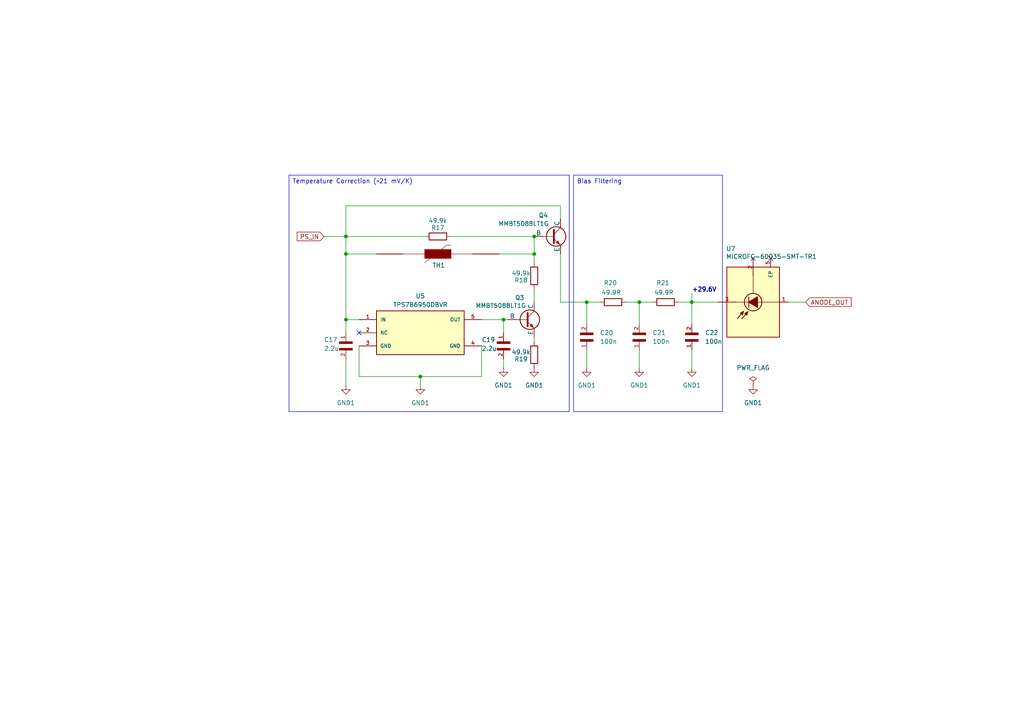
<source format=kicad_sch>
(kicad_sch (version 20250114) (generator "eeschema") (generator_version "9.0")
  (paper "A4")
  (title_block (title "SiPM Board") (date "2025-06-04") (rev "0.2.0") (company "Vadym Vikulin") (comment 7 "Temperature Correction (~21 mV/K)"))
  (lib_symbols
    (symbol "CL10B104KC8NNNC:CL10B104KC8NNNC" (pin_names (offset 1.016))
      (property "Reference" "C" (at 0 3.8109 0))
      (property "Value" "CL10B104KC8NNNC" (at 0 -5.0885 0))
      (symbol "CL10B104KC8NNNC_0_0"
        (rectangle (start 0 -1.9069) (end 0.635 1.905) (stroke (width 0.1)) (fill (type outline)))
        (rectangle (start 1.9069 -1.9069) (end 2.54 1.905) (stroke (width 0.1)) (fill (type outline)))
        (pin passive line (at -2.54 0 0) (length 2.54) (name "~") (number "1"))
        (pin passive line (at 5.08 0 180) (length 2.54) (name "~") (number "2"))
      )
    )
    (symbol "CL21A475KBQNNNE:CL21A475KBQNNNE" (pin_names (offset 1.016))
      (property "Reference" "C" (at 0 3.81 0))
      (property "Value" "CL21A475KBQNNNE" (at 0 -5.08 0))
      (symbol "CL21A475KBQNNNE_0_0"
        (rectangle (start 0 -1.905) (end 0.635 1.905) (stroke (width 0.1)) (fill (type outline)))
        (rectangle (start 1.905 -1.905) (end 2.54 1.905) (stroke (width 0.1)) (fill (type outline)))
        (pin passive line (at -2.54 0 0) (length 2.54) (name "~") (number "2"))
        (pin passive line (at 5.08 0 180) (length 2.54) (name "~") (number "1"))
      )
    )
    (symbol "Device:R" (pin_numbers (hide yes)) (pin_names (offset 0))
      (property "Reference" "R" (at 2.032 0 90))
      (property "Value" "R" (at 0 0 90))
      (symbol "R_0_1"
        (rectangle (start -1.016 -2.54) (end 1.016 2.54) (stroke (width 0.254)))
      )
      (symbol "R_1_1"
        (pin passive line (at 0 3.81 270) (length 1.27) (name "~") (number "1"))
        (pin passive line (at 0 -3.81 90) (length 1.27) (name "~") (number "2"))
      )
    )
    (symbol "MICROFC-60035-SMT-TR1:MICROFC-60035-SMT-TR1" (pin_names (offset 1.016))
      (property "Reference" "U" (at -10.16 7.874 0))
      (property "Value" "MICROFC-60035-SMT-TR1" (at -10.16 -9.144 0))
      (symbol "MICROFC-60035-SMT-TR1_0_0"
        (rectangle (start -10.16 -7.62) (end 10.16 7.62) (stroke (width 0.254)) (fill (type background)))
        (polyline (pts (xy -3.7592 1.8542) (xy -3.2766 2.413)) (stroke (width 0.254)))
        (polyline (pts (xy -3.7592 1.8542) (xy -3.0226 1.8288)) (stroke (width 0.254)))
        (polyline (pts (xy -3.6576 3.0988) (xy -3.175 3.6576)) (stroke (width 0.254)))
        (polyline (pts (xy -3.6576 3.0988) (xy -2.921 3.0734)) (stroke (width 0.254)))
        (polyline (pts (xy -3.3528 2.2352) (xy -3.2004 2.0066)) (stroke (width 0.254)))
        (polyline (pts (xy -3.2766 2.413) (xy -2.794 1.524)) (stroke (width 0.254)))
        (polyline (pts (xy -3.2512 3.4798) (xy -3.0988 3.2512)) (stroke (width 0.254)))
        (polyline (pts (xy -3.175 3.6576) (xy -2.6924 2.7686)) (stroke (width 0.254)))
        (polyline (pts (xy -3.0226 1.8288) (xy -3.0226 1.9558)) (stroke (width 0.254)))
        (polyline (pts (xy -2.921 3.0734) (xy -2.921 3.2004)) (stroke (width 0.254)))
        (polyline (pts (xy -2.794 1.524) (xy -4.826 3.302)) (stroke (width 0.254)))
        (polyline (pts (xy -2.794 1.524) (xy -3.7592 1.8542)) (stroke (width 0.254)))
        (polyline (pts (xy -2.6924 2.7686) (xy -4.7244 4.5466)) (stroke (width 0.254)))
        (polyline (pts (xy -2.6924 2.7686) (xy -3.6576 3.0988)) (stroke (width 0.254)))
        (polyline (pts (xy -1.524 1.27) (xy 0 1.27)) (stroke (width 0.254)))
        (polyline (pts (xy -1.524 -1.27) (xy 0 -1.27)) (stroke (width 0.254)))
        (polyline (pts (xy 0 5.08) (xy 0 1.27)) (stroke (width 0.1524)))
        (polyline (pts (xy 0 1.27) (xy -1.524 -1.27)) (stroke (width 0.254)))
        (polyline (pts (xy 0 1.27) (xy 1.524 1.27)) (stroke (width 0.254)))
        (polyline (pts (xy 0 1.27) (xy -1.524 -1.27) (xy 1.524 -1.27) (xy 0 1.27)) (stroke (width 0.254)) (fill (type outline)))
        (circle (center 0 0) (radius 2.54) (stroke (width 0.254)))
        (polyline (pts (xy 0 -1.27) (xy 0 -7.62)) (stroke (width 0.1524)))
        (polyline (pts (xy 0 -1.27) (xy 1.524 -1.27)) (stroke (width 0.254)))
        (polyline (pts (xy 1.524 -1.27) (xy 0 1.27)) (stroke (width 0.254)))
        (polyline (pts (xy 2.54 0) (xy 7.62 0)) (stroke (width 0.1524)))
        (pin passive line (at 0 10.16 270) (length 5.08) (name "~") (number "3"))
        (pin passive line (at 0 -10.16 90) (length 2.54) (name "~") (number "1"))
        (pin passive line (at 12.7 0 180) (length 5.08) (name "~") (number "2"))
        (pin power_in line (at 12.7 -5.08 180) (length 2.54) (name "EP") (number "5"))
      )
    )
    (symbol "NTCS0603E3103FLT:NTCS0603E3103FLT" (pin_numbers (hide yes)) (pin_names (offset 0.254) (hide yes))
      (property "Reference" "U" (at 17.78 10.16 0))
      (property "Value" "NTCS0603E3103FLT" (at 17.78 7.62 0))
      (symbol "NTCS0603E3103FLT_0_1"
        (polyline (pts (xy 13.97 1.27) (xy 13.97 -1.27)) (stroke (width 0.127)))
        (polyline (pts (xy 13.97 1.27) (xy 21.59 1.27) (xy 21.59 -1.27) (xy 13.97 -1.27)) (fill (type outline)))
        (polyline (pts (xy 13.97 -1.27) (xy 21.59 -1.27)) (stroke (width 0.127)))
        (polyline (pts (xy 15.24 -2.54) (xy 13.97 -2.54)) (stroke (width 0.127)))
        (polyline (pts (xy 15.24 -2.54) (xy 21.59 2.54)) (stroke (width 0.127)))
        (polyline (pts (xy 21.59 1.27) (xy 13.97 1.27)) (stroke (width 0.127)))
        (polyline (pts (xy 21.59 -1.27) (xy 21.59 1.27)) (stroke (width 0.127)))
        (polyline (pts (xy 27.94 0) (xy 7.62 0)) (stroke (width 0.127)))
        (pin unspecified line (at 0 0 0) (length 7.62) (name "1") (number "1"))
        (pin unspecified line (at 35.56 0 180) (length 7.62) (name "2") (number "2"))
      )
    )
    (symbol "Simulation_SPICE:NPN" (pin_numbers (hide yes)) (pin_names (offset 0))
      (property "Reference" "Q" (at -2.54 7.62 0))
      (property "Value" "NPN" (at -2.54 5.08 0))
      (symbol "NPN_0_1"
        (polyline (pts (xy -2.54 0) (xy 0.635 0)) (stroke (width 0.1524)))
        (polyline (pts (xy 0.635 1.905) (xy 0.635 -1.905) (xy 0.635 -1.905)) (stroke (width 0.508)))
        (polyline (pts (xy 0.635 0.635) (xy 2.54 2.54)))
        (polyline (pts (xy 0.635 -0.635) (xy 2.54 -2.54) (xy 2.54 -2.54)))
        (circle (center 1.27 0) (radius 2.8194) (stroke (width 0.254)))
        (polyline (pts (xy 1.27 -1.778) (xy 1.778 -1.27) (xy 2.286 -2.286) (xy 1.27 -1.778) (xy 1.27 -1.778)) (fill (type outline)))
        (polyline (pts (xy 2.794 -1.27) (xy 2.794 -1.27)) (stroke (width 0.1524)))
        (polyline (pts (xy 2.794 -1.27) (xy 2.794 -1.27)) (stroke (width 0.1524)))
      )
      (symbol "NPN_1_1"
        (pin input line (at -5.08 0 0) (length 2.54) (name "B") (number "2"))
        (pin open_collector line (at 2.54 5.08 270) (length 2.54) (name "C") (number "1"))
        (pin open_emitter line (at 2.54 -5.08 90) (length 2.54) (name "E") (number "3"))
      )
    )
    (symbol "TPS7B6950QDCYRQ1:TPS7B6950QDCYRQ1" (pin_names (offset 1.016))
      (property "Reference" "VR3" (at 0 10.16 0))
      (property "Value" "TPS7B6950DBVR" (at 0 7.62 0))
      (symbol "TPS7B6950QDCYRQ1_0_0"
        (rectangle (start -12.7 -7.62) (end 12.7 5.08) (stroke (width 0.254)) (fill (type background)))
        (pin input line (at -17.78 2.54 0) (length 5.08) (name "IN") (number "1"))
      )
      (symbol "TPS7B6950QDCYRQ1_1_0"
        (pin input line (at -17.78 -1.27 0) (length 5.08) (name "NC") (number "2"))
        (pin power_in line (at -17.78 -5.08 0) (length 5.08) (name "GND") (number "3"))
        (pin output line (at 17.78 2.54 180) (length 5.08) (name "OUT") (number "5"))
        (pin power_in line (at 17.78 -5.08 180) (length 5.08) (name "GND") (number "4"))
      )
    )
    (symbol "power:GND" (power) (pin_numbers (hide yes)) (pin_names (offset 0) (hide yes))
      (property "Value" "GND" (at 0 -3.81 0))
      (symbol "GND_0_1"
        (polyline (pts (xy 0 0) (xy 0 -1.27) (xy 1.27 -1.27) (xy 0 -2.54) (xy -1.27 -1.27) (xy 0 -1.27)))
      )
      (symbol "GND_1_1"
        (pin power_in line (at 0 0 270) (length 0) (name "~") (number "1"))
      )
    )
    (symbol "power:PWR_FLAG" (power) (pin_numbers (hide yes)) (pin_names (offset 0) (hide yes))
      (property "Value" "PWR_FLAG" (at 0 3.81 0))
      (symbol "PWR_FLAG_0_0"
        (pin power_out line (at 0 0 90) (length 0) (name "~") (number "1"))
      )
      (symbol "PWR_FLAG_0_1"
        (polyline (pts (xy 0 0) (xy 0 1.27) (xy -1.016 1.905) (xy 0 2.54) (xy 1.016 1.905) (xy 0 1.27)))
      )
    )
  )
  (text_box "Bias Filtering" (at 166.37 50.8 0) (size 43.18 68.58) (margins 0.9525 0.9525 0.9525 0.9525) (effects (font (size 1.27 1.27)) (justify left top)))
  (text_box "Temperature Correction (~21 mV/K)" (at 83.82 50.8 0) (size 81.28 68.58) (margins 0.9525 0.9525 0.9525 0.9525) (effects (font (size 1.27 1.27)) (justify left top)))
  (junction (at 200.66 87.63))
  (junction (at 100.33 68.58))
  (junction (at 154.94 73.66))
  (junction (at 154.94 68.58))
  (junction (at 100.33 73.66))
  (junction (at 170.18 87.63))
  (junction (at 121.92 109.22))
  (junction (at 146.05 92.71))
  (junction (at 100.33 92.71))
  (junction (at 185.42 87.63))
  (no_connect (at 104.14 96.52))
  (no_connect (at 223.52 74.93))
  (no_connect (at 218.44 74.93))
  (wire (pts (xy 144.78 73.66) (xy 154.94 73.66)))
  (wire (pts (xy 100.33 68.58) (xy 123.19 68.58)))
  (wire (pts (xy 100.33 104.14) (xy 100.33 111.76)))
  (wire (pts (xy 181.61 87.63) (xy 185.42 87.63)))
  (wire (pts (xy 200.66 101.6) (xy 200.66 106.68)))
  (wire (pts (xy 154.94 83.82) (xy 154.94 87.63)))
  (wire (pts (xy 139.7 109.22) (xy 139.7 100.33)))
  (wire (pts (xy 100.33 73.66) (xy 109.22 73.66)))
  (wire (pts (xy 200.66 85.09) (xy 200.66 87.63)))
  (wire (pts (xy 100.33 92.71) (xy 104.14 92.71)))
  (wire (pts (xy 139.7 92.71) (xy 146.05 92.71)))
  (wire (pts (xy 147.32 92.71) (xy 146.05 92.71)))
  (wire (pts (xy 104.14 100.33) (xy 104.14 109.22)))
  (wire (pts (xy 173.99 87.63) (xy 170.18 87.63)))
  (wire (pts (xy 170.18 101.6) (xy 170.18 106.68)))
  (wire (pts (xy 185.42 87.63) (xy 185.42 93.98)))
  (wire (pts (xy 130.81 68.58) (xy 154.94 68.58)))
  (wire (pts (xy 93.98 68.58) (xy 100.33 68.58)))
  (wire (pts (xy 100.33 59.69) (xy 100.33 68.58)))
  (wire (pts (xy 200.66 87.63) (xy 208.28 87.63)))
  (wire (pts (xy 200.66 87.63) (xy 196.85 87.63)))
  (wire (pts (xy 154.94 68.58) (xy 154.94 73.66)))
  (wire (pts (xy 154.94 73.66) (xy 154.94 76.2)))
  (wire (pts (xy 104.14 109.22) (xy 121.92 109.22)))
  (wire (pts (xy 121.92 109.22) (xy 139.7 109.22)))
  (wire (pts (xy 162.56 59.69) (xy 162.56 63.5)))
  (wire (pts (xy 100.33 73.66) (xy 100.33 92.71)))
  (wire (pts (xy 162.56 59.69) (xy 100.33 59.69)))
  (wire (pts (xy 185.42 87.63) (xy 189.23 87.63)))
  (wire (pts (xy 100.33 96.52) (xy 100.33 92.71)))
  (wire (pts (xy 146.05 92.71) (xy 146.05 96.52)))
  (wire (pts (xy 121.92 111.76) (xy 121.92 109.22)))
  (wire (pts (xy 100.33 68.58) (xy 100.33 73.66)))
  (wire (pts (xy 228.6 87.63) (xy 233.68 87.63)))
  (wire (pts (xy 200.66 93.98) (xy 200.66 87.63)))
  (wire (pts (xy 146.05 104.14) (xy 146.05 106.68)))
  (wire (pts (xy 170.18 87.63) (xy 162.56 87.63)))
  (wire (pts (xy 162.56 87.63) (xy 162.56 73.66)))
  (wire (pts (xy 154.94 99.06) (xy 154.94 97.79)))
  (wire (pts (xy 170.18 87.63) (xy 170.18 93.98)))
  (wire (pts (xy 185.42 106.68) (xy 185.42 101.6)))
  (label "+29.6V" (at 200.66 85.09 0) (effects (font (thickness 0.254) (bold yes))))
  (global_label "PS_IN" (shape input) (at 93.98 68.58 180) (property "Intersheetrefs" "${INTERSHEET_REFS}" (effects (hide yes))))
  (global_label "ANODE_OUT" (shape input) (at 233.68 87.63 0) (property "Intersheetrefs" "${INTERSHEET_REFS}" (effects (hide yes))))
  (symbol (lib_id "power:GND") (at 100.33 111.76 0) (unit 1)
    (property "Reference" "#PWR066" (effects (hide yes)))
    (property "Value" "GND1" (at 100.33 116.84 0))
    (property "Description" "Power symbol creates a global label with name \"GND\" , ground" (effects (hide yes)))
  )
  (symbol (lib_id "CL21A475KBQNNNE:CL21A475KBQNNNE") (at 146.05 101.6 90) (unit 1)
    (property "Reference" "C19" (at 139.7 98.552 90) (effects (justify right)))
    (property "Value" "2.2u" (at 139.7 101.092 90) (effects (justify right)))
    (property "Footprint" "Capacitor_SMD:C_0603_1608Metric" (effects (hide yes)))
    (property "MF" "Samsung Electro-Mechanics" (effects (hide yes)))
    (property "Description_1" "Multilayer Ceramic Capacitors MLCC - SMD/SMT 2.2uF+/-10% 50V X5R 1608 " (effects (hide yes)))
    (property "Package" "0603" (effects (hide yes)))
    (property "Price" "None" (effects (hide yes)))
    (property "SnapEDA_Link" "https://www.snapeda.com/parts/CL10A225KB8NNNC/Samsung%20Electro-Mechanics/datasheet/" (effects (hide yes)))
    (property "MP" "CL10A225KB8NNNC" (effects (hide yes)))
    (property "Check_prices" "https://www.snapeda.com/parts/CL10A225KB8NNNC/Samsung%20Electro-Mechanics/datasheet/" (effects (hide yes)))
  )
  (symbol (lib_id "Simulation_SPICE:NPN") (at 152.4 92.71 0) (unit 1)
    (property "Reference" "Q3" (at 149.352 86.36 0) (effects (justify left)))
    (property "Value" "MMBT5088LT1G" (at 137.922 88.646 0) (effects (justify left)))
    (property "Footprint" "MMBT5088LT1G:SOT95P237X111-3N" (effects (hide yes)))
    (property "Datasheet" "https://ngspice.sourceforge.io/docs/ngspice-html-manual/manual.xhtml#cha_BJTs" (effects (hide yes)))
    (property "Description" "Bipolar transistor symbol for simulation only, substrate tied to the emitter" (effects (hide yes)))
    (property "Sim.Device" "NPN" (effects (hide yes)))
    (property "Sim.Type" "GUMMELPOON" (effects (hide yes)))
    (property "Sim.Pins" "1=C 2=B 3=E" (effects (hide yes)))
    (property "Package" "SOT95P237X111-3N" (effects (hide yes)))
    (property "MP" "MMBT5088LT1G" (effects (hide yes)))
  )
  (symbol (lib_id "power:GND") (at 121.92 111.76 0) (unit 1)
    (property "Reference" "#PWR064" (effects (hide yes)))
    (property "Value" "GND1" (at 121.92 116.84 0))
    (property "Description" "Power symbol creates a global label with name \"GND\" , ground" (effects (hide yes)))
  )
  (symbol (lib_id "power:GND") (at 170.18 106.68 0) (unit 1)
    (property "Reference" "#PWR067" (effects (hide yes)))
    (property "Value" "GND1" (at 170.18 111.76 0))
    (property "Description" "Power symbol creates a global label with name \"GND\" , ground" (effects (hide yes)))
  )
  (symbol (lib_id "NTCS0603E3103FLT:NTCS0603E3103FLT") (at 144.78 73.66 180) (unit 1)
    (property "Reference" "TH1" (at 127.254 76.962 0))
    (property "Value" "Thermistor_PTC" (effects (hide yes)))
    (property "Footprint" "NTCS0603E3103FLT:NTCS0603E3103FLT" (effects (hide yes)))
    (property "Datasheet" "NTCS0603E3103FLT" (effects (hide yes)))
    (property "Description" "Temperature dependent resistor, positive temperature coefficient" (effects (hide yes)))
    (property "MP" "NTCS0603E3103FLT" (effects (hide yes)))
    (property "Package" "0603" (effects (hide yes)))
  )
  (symbol (lib_id "CL10B104KC8NNNC:CL10B104KC8NNNC") (at 200.66 99.06 90) (unit 1)
    (property "Reference" "C22" (at 204.47 96.5199 90) (effects (justify right)))
    (property "Value" "100n" (at 204.47 99.0599 90) (effects (justify right)))
    (property "Footprint" "CL10B104KC8NNNC:CAPC1608X90N" (effects (hide yes)))
    (property "MF" "Samsung" (effects (hide yes)))
    (property "MAXIMUM_PACKAGE_HEIGHT" "0.9 mm" (effects (hide yes)))
    (property "Package" "0603 Samsung" (effects (hide yes)))
    (property "Price" "None" (effects (hide yes)))
    (property "Check_prices" "https://www.snapeda.com/parts/CL10B104KC8NNNC/Samsung/view-part/?ref=eda" (effects (hide yes)))
    (property "STANDARD" "IPC-7351B" (effects (hide yes)))
    (property "PARTREV" "NA" (effects (hide yes)))
    (property "SnapEDA_Link" "https://www.snapeda.com/parts/CL10B104KC8NNNC/Samsung/view-part/?ref=snap" (effects (hide yes)))
    (property "MP" "CL10B104KC8NNNC" (effects (hide yes)))
    (property "Description_1" "\n                        \n                            0.1 µF ±10% 100V Ceramic Capacitor X7R 0603 (1608 Metric)\n                        \n" (effects (hide yes)))
    (property "Availability" "In Stock" (effects (hide yes)))
    (property "MANUFACTURER" "Samsung" (effects (hide yes)))
  )
  (symbol (lib_id "Simulation_SPICE:NPN") (at 160.02 68.58 0) (unit 1)
    (property "Reference" "Q4" (at 156.21 62.484 0) (effects (justify left)))
    (property "Value" "MMBT5088LT1G" (at 144.526 64.8971 0) (effects (justify left)))
    (property "Footprint" "MMBT5088LT1G:SOT95P237X111-3N" (effects (hide yes)))
    (property "Datasheet" "https://ngspice.sourceforge.io/docs/ngspice-html-manual/manual.xhtml#cha_BJTs" (effects (hide yes)))
    (property "Description" "Bipolar transistor symbol for simulation only, substrate tied to the emitter" (effects (hide yes)))
    (property "Sim.Device" "NPN" (effects (hide yes)))
    (property "Sim.Type" "GUMMELPOON" (effects (hide yes)))
    (property "Sim.Pins" "1=C 2=B 3=E" (effects (hide yes)))
    (property "Package" "SOT95P237X111-3N" (effects (hide yes)))
    (property "MP" "MMBT5088LT1G" (effects (hide yes)))
  )
  (symbol (lib_id "power:GND") (at 154.94 106.68 0) (unit 1)
    (property "Reference" "#PWR065" (effects (hide yes)))
    (property "Value" "GND1" (at 154.94 111.76 0))
    (property "Description" "Power symbol creates a global label with name \"GND\" , ground" (effects (hide yes)))
  )
  (symbol (lib_id "Device:R") (at 154.94 80.01 180) (unit 1)
    (property "Reference" "R18" (at 151.13 81.28 0))
    (property "Value" "49.9k" (at 151.13 79.248 0))
    (property "Footprint" "ERJ3EKF4992V:RES_ERJ3EKF4992V" (effects (hide yes)))
    (property "Description" "Resistor" (effects (hide yes)))
    (property "MP" "ERJ3EKF4992V" (effects (hide yes)))
    (property "Package" "0603" (effects (hide yes)))
  )
  (symbol (lib_id "power:PWR_FLAG") (at 218.44 111.76 0) (unit 1)
    (property "Reference" "#FLG02" (effects (hide yes)))
    (property "Value" "PWR_FLAG" (at 218.44 106.68 0))
    (property "Description" "Special symbol for telling ERC where power comes from" (effects (hide yes)))
  )
  (symbol (lib_id "CL21A475KBQNNNE:CL21A475KBQNNNE") (at 100.33 101.6 90) (unit 1)
    (property "Reference" "C17" (at 93.98 98.552 90) (effects (justify right)))
    (property "Value" "2.2u" (at 93.98 101.092 90) (effects (justify right)))
    (property "Footprint" "Capacitor_SMD:C_0603_1608Metric" (effects (hide yes)))
    (property "MF" "Samsung Electro-Mechanics" (effects (hide yes)))
    (property "Description_1" "Multilayer Ceramic Capacitors MLCC - SMD/SMT 2.2uF+/-10% 50V X5R 1608 " (effects (hide yes)))
    (property "Package" "0603" (effects (hide yes)))
    (property "Price" "None" (effects (hide yes)))
    (property "SnapEDA_Link" "https://www.snapeda.com/parts/CL10A225KB8NNNC/Samsung%20Electro-Mechanics/datasheet/" (effects (hide yes)))
    (property "MP" "CL10A225KB8NNNC" (effects (hide yes)))
    (property "Check_prices" "https://www.snapeda.com/parts/CL10A225KB8NNNC/Samsung%20Electro-Mechanics/datasheet/" (effects (hide yes)))
  )
  (symbol (lib_id "power:GND") (at 200.66 106.68 0) (unit 1)
    (property "Reference" "#PWR069" (effects (hide yes)))
    (property "Value" "GND1" (at 200.66 111.76 0))
    (property "Description" "Power symbol creates a global label with name \"GND\" , ground" (effects (hide yes)))
  )
  (symbol (lib_id "Device:R") (at 193.04 87.63 90) (unit 1)
    (property "Reference" "R21" (at 192.278 82.042 90))
    (property "Value" "49.9R" (at 192.532 84.836 90))
    (property "Footprint" "ERJ3EKF49R9V:RES_ERJ3EKF49R9V" (effects (hide yes)))
    (property "Description" "Resistor" (effects (hide yes)))
    (property "MP" "ERJ3EKF49R9V" (effects (hide yes)))
    (property "Package" "0603" (effects (hide yes)))
  )
  (symbol (lib_id "Device:R") (at 154.94 102.87 180) (unit 1)
    (property "Reference" "R19" (at 151.13 104.14 0))
    (property "Value" "49.9k" (at 151.13 102.108 0))
    (property "Footprint" "ERJ3EKF4992V:RES_ERJ3EKF4992V" (effects (hide yes)))
    (property "Description" "Resistor" (effects (hide yes)))
    (property "MP" "ERJ3EKF4992V" (effects (hide yes)))
    (property "Package" "0603" (effects (hide yes)))
  )
  (symbol (lib_id "MICROFC-60035-SMT-TR1:MICROFC-60035-SMT-TR1") (at 218.44 87.63 90) (unit 1)
    (property "Reference" "U7" (at 210.566 72.136 90) (effects (justify right)))
    (property "Value" "MICROFC-60035-SMT-TR1" (at 210.566 74.422 90) (effects (justify right)))
    (property "Footprint" "MICROFC-60035-SMT-TR1:XDCR_MICROFC-60035-SMT-TR1" (effects (hide yes)))
    (property "MF" "ON Semiconductor" (effects (hide yes)))
    (property "Description_1" "\n                        \n                            Photodiode 420nm 1ns - 4-SMD, No Lead\n                        \n" (effects (hide yes)))
    (property "Package" "SMD-4 ON Semiconductor" (effects (hide yes)))
    (property "Price" "None" (effects (hide yes)))
    (property "Check_prices" "https://www.snapeda.com/parts/MICROFC-60035-SMT-TR1/Onsemi/view-part/?ref=eda" (effects (hide yes)))
    (property "STANDARD" "Manufacturer Recommendations" (effects (hide yes)))
    (property "PARTREV" "31 JUL 2018" (effects (hide yes)))
    (property "SnapEDA_Link" "https://www.snapeda.com/parts/MICROFC-60035-SMT-TR1/Onsemi/view-part/?ref=snap" (effects (hide yes)))
    (property "MP" "MICROFC-60035-SMT-TR1" (effects (hide yes)))
    (property "Availability" "In Stock" (effects (hide yes)))
    (property "MANUFACTURER" "ONSEMI" (effects (hide yes)))
  )
  (symbol (lib_id "Device:R") (at 177.8 87.63 90) (unit 1)
    (property "Reference" "R20" (at 177.038 82.042 90))
    (property "Value" "49.9R" (at 177.292 84.836 90))
    (property "Footprint" "ERJ3EKF49R9V:RES_ERJ3EKF49R9V" (effects (hide yes)))
    (property "Description" "Resistor" (effects (hide yes)))
    (property "MP" "ERJ3EKF49R9V" (effects (hide yes)))
    (property "Package" "0603" (effects (hide yes)))
  )
  (symbol (lib_id "power:GND") (at 218.44 111.76 0) (unit 1)
    (property "Reference" "#PWR071" (effects (hide yes)))
    (property "Value" "GND1" (at 218.44 116.84 0))
    (property "Description" "Power symbol creates a global label with name \"GND\" , ground" (effects (hide yes)))
  )
  (symbol (lib_id "CL10B104KC8NNNC:CL10B104KC8NNNC") (at 170.18 99.06 90) (unit 1)
    (property "Reference" "C20" (at 173.99 96.5199 90) (effects (justify right)))
    (property "Value" "100n" (at 173.99 99.0599 90) (effects (justify right)))
    (property "Footprint" "CL10B104KC8NNNC:CAPC1608X90N" (effects (hide yes)))
    (property "MF" "Samsung" (effects (hide yes)))
    (property "MAXIMUM_PACKAGE_HEIGHT" "0.9 mm" (effects (hide yes)))
    (property "Package" "0603 Samsung" (effects (hide yes)))
    (property "Price" "None" (effects (hide yes)))
    (property "Check_prices" "https://www.snapeda.com/parts/CL10B104KC8NNNC/Samsung/view-part/?ref=eda" (effects (hide yes)))
    (property "STANDARD" "IPC-7351B" (effects (hide yes)))
    (property "PARTREV" "NA" (effects (hide yes)))
    (property "SnapEDA_Link" "https://www.snapeda.com/parts/CL10B104KC8NNNC/Samsung/view-part/?ref=snap" (effects (hide yes)))
    (property "MP" "CL10B104KC8NNNC" (effects (hide yes)))
    (property "Description_1" "\n                        \n                            0.1 µF ±10% 100V Ceramic Capacitor X7R 0603 (1608 Metric)\n                        \n" (effects (hide yes)))
    (property "Availability" "In Stock" (effects (hide yes)))
    (property "MANUFACTURER" "Samsung" (effects (hide yes)))
  )
  (symbol (lib_id "TPS7B6950QDCYRQ1:TPS7B6950QDCYRQ1") (at 121.92 95.25 0) (unit 1)
    (property "Reference" "U5" (at 121.92 85.852 0))
    (property "Value" "TPS7B6950DBVR" (at 121.92 88.392 0))
    (property "Footprint" "TPS7B6950DBVR:SOT95P280X145-5N" (effects (hide yes)))
    (property "Package" "SOT-223-4 Texas Instruments" (effects (hide yes)))
    (property "MP" "TPS7B6950DBVR" (effects (hide yes)))
    (property "Description_1" "high-PSRR, low-IQ, low-dropout voltage regulator" (effects (hide yes)))
  )
  (symbol (lib_id "power:GND") (at 185.42 106.68 0) (unit 1)
    (property "Reference" "#PWR068" (effects (hide yes)))
    (property "Value" "GND1" (at 185.42 111.76 0))
    (property "Description" "Power symbol creates a global label with name \"GND\" , ground" (effects (hide yes)))
  )
  (symbol (lib_id "power:GND") (at 146.05 106.68 0) (unit 1)
    (property "Reference" "#PWR070" (effects (hide yes)))
    (property "Value" "GND1" (at 146.05 111.76 0))
    (property "Description" "Power symbol creates a global label with name \"GND\" , ground" (effects (hide yes)))
  )
  (symbol (lib_id "Device:R") (at 127 68.58 90) (unit 1)
    (property "Reference" "R17" (at 127 66.04 90))
    (property "Value" "49.9k" (at 127 64.008 90))
    (property "Footprint" "ERJ3EKF4992V:RES_ERJ3EKF4992V" (effects (hide yes)))
    (property "Description" "Resistor" (effects (hide yes)))
    (property "MP" "ERJ3EKF4992V" (effects (hide yes)))
    (property "Package" "0603" (effects (hide yes)))
  )
  (symbol (lib_id "CL10B104KC8NNNC:CL10B104KC8NNNC") (at 185.42 99.06 90) (unit 1)
    (property "Reference" "C21" (at 189.23 96.5199 90) (effects (justify right)))
    (property "Value" "100n" (at 189.23 99.0599 90) (effects (justify right)))
    (property "Footprint" "CL10B104KC8NNNC:CAPC1608X90N" (effects (hide yes)))
    (property "MF" "Samsung" (effects (hide yes)))
    (property "MAXIMUM_PACKAGE_HEIGHT" "0.9 mm" (effects (hide yes)))
    (property "Package" "0603 Samsung" (effects (hide yes)))
    (property "Price" "None" (effects (hide yes)))
    (property "Check_prices" "https://www.snapeda.com/parts/CL10B104KC8NNNC/Samsung/view-part/?ref=eda" (effects (hide yes)))
    (property "STANDARD" "IPC-7351B" (effects (hide yes)))
    (property "PARTREV" "NA" (effects (hide yes)))
    (property "SnapEDA_Link" "https://www.snapeda.com/parts/CL10B104KC8NNNC/Samsung/view-part/?ref=snap" (effects (hide yes)))
    (property "MP" "CL10B104KC8NNNC" (effects (hide yes)))
    (property "Description_1" "\n                        \n                            0.1 µF ±10% 100V Ceramic Capacitor X7R 0603 (1608 Metric)\n                        \n" (effects (hide yes)))
    (property "Availability" "In Stock" (effects (hide yes)))
    (property "MANUFACTURER" "Samsung" (effects (hide yes)))
  )
)
</source>
